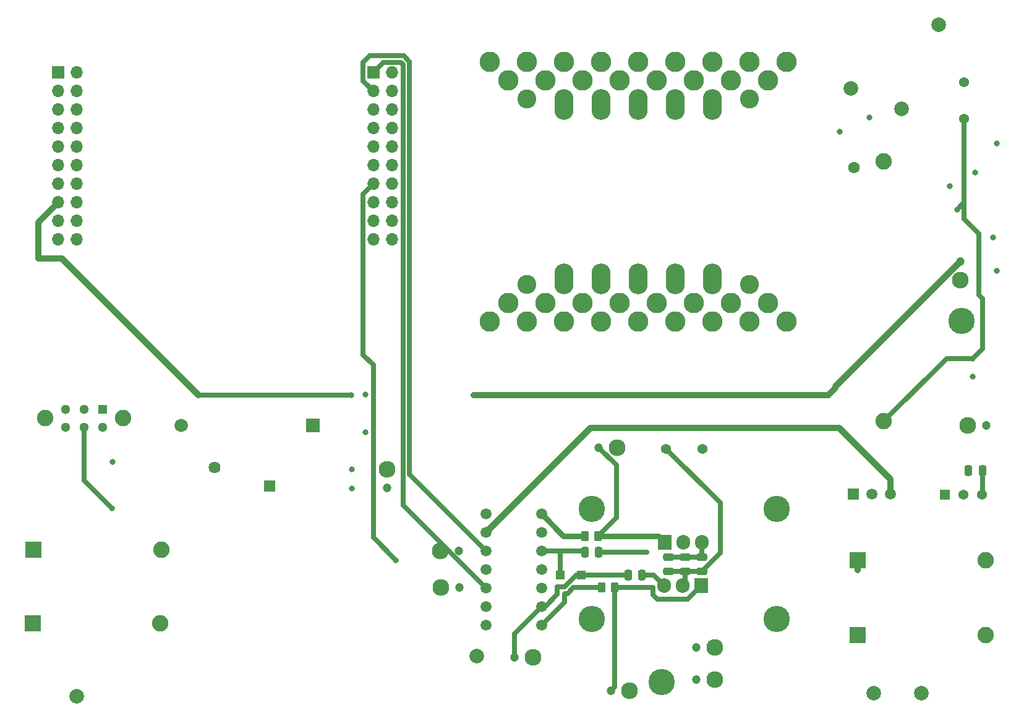
<source format=gbl>
%TF.GenerationSoftware,KiCad,Pcbnew,8.0.5*%
%TF.CreationDate,2024-10-11T09:15:33-05:00*%
%TF.ProjectId,Lab2_starter,4c616232-5f73-4746-9172-7465722e6b69,1*%
%TF.SameCoordinates,Original*%
%TF.FileFunction,Copper,L4,Bot*%
%TF.FilePolarity,Positive*%
%FSLAX46Y46*%
G04 Gerber Fmt 4.6, Leading zero omitted, Abs format (unit mm)*
G04 Created by KiCad (PCBNEW 8.0.5) date 2024-10-11 09:15:33*
%MOMM*%
%LPD*%
G01*
G04 APERTURE LIST*
G04 Aperture macros list*
%AMRoundRect*
0 Rectangle with rounded corners*
0 $1 Rounding radius*
0 $2 $3 $4 $5 $6 $7 $8 $9 X,Y pos of 4 corners*
0 Add a 4 corners polygon primitive as box body*
4,1,4,$2,$3,$4,$5,$6,$7,$8,$9,$2,$3,0*
0 Add four circle primitives for the rounded corners*
1,1,$1+$1,$2,$3*
1,1,$1+$1,$4,$5*
1,1,$1+$1,$6,$7*
1,1,$1+$1,$8,$9*
0 Add four rect primitives between the rounded corners*
20,1,$1+$1,$2,$3,$4,$5,0*
20,1,$1+$1,$4,$5,$6,$7,0*
20,1,$1+$1,$6,$7,$8,$9,0*
20,1,$1+$1,$8,$9,$2,$3,0*%
G04 Aperture macros list end*
%TA.AperFunction,ComponentPad*%
%ADD10C,2.000000*%
%TD*%
%TA.AperFunction,ComponentPad*%
%ADD11C,2.300000*%
%TD*%
%TA.AperFunction,ComponentPad*%
%ADD12C,1.200000*%
%TD*%
%TA.AperFunction,ComponentPad*%
%ADD13C,3.600000*%
%TD*%
%TA.AperFunction,ComponentPad*%
%ADD14C,2.800000*%
%TD*%
%TA.AperFunction,ComponentPad*%
%ADD15C,2.600000*%
%TD*%
%TA.AperFunction,ComponentPad*%
%ADD16O,2.600000X4.200000*%
%TD*%
%TA.AperFunction,ComponentPad*%
%ADD17R,1.625600X1.625600*%
%TD*%
%TA.AperFunction,ComponentPad*%
%ADD18C,1.625600*%
%TD*%
%TA.AperFunction,ComponentPad*%
%ADD19C,2.250000*%
%TD*%
%TA.AperFunction,ComponentPad*%
%ADD20R,1.828800X1.828800*%
%TD*%
%TA.AperFunction,ComponentPad*%
%ADD21C,1.828800*%
%TD*%
%TA.AperFunction,ComponentPad*%
%ADD22R,1.905000X2.000000*%
%TD*%
%TA.AperFunction,ComponentPad*%
%ADD23O,1.905000X2.000000*%
%TD*%
%TA.AperFunction,ComponentPad*%
%ADD24R,2.250000X2.250000*%
%TD*%
%TA.AperFunction,ComponentPad*%
%ADD25R,1.508000X1.508000*%
%TD*%
%TA.AperFunction,ComponentPad*%
%ADD26C,1.508000*%
%TD*%
%TA.AperFunction,ComponentPad*%
%ADD27R,1.700000X1.700000*%
%TD*%
%TA.AperFunction,ComponentPad*%
%ADD28O,1.700000X1.700000*%
%TD*%
%TA.AperFunction,ComponentPad*%
%ADD29C,1.371600*%
%TD*%
%TA.AperFunction,ComponentPad*%
%ADD30R,1.371600X1.371600*%
%TD*%
%TA.AperFunction,ComponentPad*%
%ADD31R,1.300000X1.300000*%
%TD*%
%TA.AperFunction,ComponentPad*%
%ADD32C,1.300000*%
%TD*%
%TA.AperFunction,SMDPad,CuDef*%
%ADD33RoundRect,0.250000X0.475000X-0.250000X0.475000X0.250000X-0.475000X0.250000X-0.475000X-0.250000X0*%
%TD*%
%TA.AperFunction,ComponentPad*%
%ADD34C,1.507998*%
%TD*%
%TA.AperFunction,SMDPad,CuDef*%
%ADD35RoundRect,0.250000X-0.262500X-0.450000X0.262500X-0.450000X0.262500X0.450000X-0.262500X0.450000X0*%
%TD*%
%TA.AperFunction,SMDPad,CuDef*%
%ADD36R,1.200000X1.200000*%
%TD*%
%TA.AperFunction,SMDPad,CuDef*%
%ADD37RoundRect,0.250000X-0.250000X-0.475000X0.250000X-0.475000X0.250000X0.475000X-0.250000X0.475000X0*%
%TD*%
%TA.AperFunction,SMDPad,CuDef*%
%ADD38RoundRect,0.250000X0.250000X0.475000X-0.250000X0.475000X-0.250000X-0.475000X0.250000X-0.475000X0*%
%TD*%
%TA.AperFunction,ViaPad*%
%ADD39C,0.800000*%
%TD*%
%TA.AperFunction,ViaPad*%
%ADD40C,1.600000*%
%TD*%
%TA.AperFunction,Conductor*%
%ADD41C,0.850000*%
%TD*%
%TA.AperFunction,Conductor*%
%ADD42C,0.700000*%
%TD*%
%TA.AperFunction,Conductor*%
%ADD43C,0.750000*%
%TD*%
%TA.AperFunction,Conductor*%
%ADD44C,0.250000*%
%TD*%
G04 APERTURE END LIST*
D10*
%TO.P,TP7,1,1*%
%TO.N,GND*%
X29000000Y-134800000D03*
%TD*%
D11*
%TO.P,J15,1,Pin_1*%
%TO.N,GND*%
X71500000Y-103730000D03*
D12*
%TO.P,J15,2,Pin_2*%
%TO.N,Vout_sens*%
X71500000Y-106270000D03*
%TD*%
D13*
%TO.P,J5,1,Pin_1*%
%TO.N,Vsw*%
X109100000Y-132800000D03*
%TD*%
D14*
%TO.P,L1,1,1*%
%TO.N,unconnected-(L1-Pad1)_9*%
X85540000Y-47858000D03*
%TO.N,unconnected-(L1-Pad1)_7*%
X88080000Y-50398000D03*
%TO.N,unconnected-(L1-Pad1)_11*%
X90620000Y-47858000D03*
D15*
%TO.N,unconnected-(L1-Pad1)_3*%
X90620000Y-52938000D03*
D14*
%TO.N,unconnected-(L1-Pad1)_13*%
X93160000Y-50398000D03*
%TO.N,unconnected-(L1-Pad1)_18*%
X95700000Y-47858000D03*
D16*
%TO.N,unconnected-(L1-Pad1)_23*%
X95700000Y-53700000D03*
D14*
%TO.N,unconnected-(L1-Pad1)_2*%
X98240000Y-50398000D03*
%TO.N,unconnected-(L1-Pad1)_15*%
X100780000Y-47858000D03*
D16*
%TO.N,unconnected-(L1-Pad1)_8*%
X100780000Y-53700000D03*
D14*
%TO.N,unconnected-(L1-Pad1)_21*%
X103320000Y-50398000D03*
%TO.N,unconnected-(L1-Pad1)_22*%
X105860000Y-47858000D03*
D16*
%TO.N,unconnected-(L1-Pad1)*%
X105860000Y-53700000D03*
D14*
%TO.N,unconnected-(L1-Pad1)_16*%
X108400000Y-50398000D03*
%TO.N,unconnected-(L1-Pad1)_19*%
X110940000Y-47858000D03*
D16*
%TO.N,unconnected-(L1-Pad1)_17*%
X110940000Y-53700000D03*
D14*
%TO.N,unconnected-(L1-Pad1)_4*%
X113480000Y-50398000D03*
%TO.N,unconnected-(L1-Pad1)_1*%
X116020000Y-47858000D03*
D16*
%TO.N,unconnected-(L1-Pad1)_6*%
X116020000Y-53700000D03*
D14*
%TO.N,unconnected-(L1-Pad1)_14*%
X118560000Y-50398000D03*
%TO.N,unconnected-(L1-Pad1)_10*%
X121100000Y-47858000D03*
D15*
%TO.N,unconnected-(L1-Pad1)_5*%
X121100000Y-52938000D03*
D14*
%TO.N,unconnected-(L1-Pad1)_20*%
X123640000Y-50398000D03*
%TO.N,unconnected-(L1-Pad1)_12*%
X126180000Y-47858000D03*
%TO.P,L1,2,2*%
%TO.N,unconnected-(L1-Pad2)_17*%
X85540000Y-83418000D03*
%TO.N,unconnected-(L1-Pad2)_14*%
X88080000Y-80878000D03*
D15*
%TO.N,unconnected-(L1-Pad2)_8*%
X90620000Y-78338000D03*
D14*
%TO.N,unconnected-(L1-Pad2)_20*%
X90620000Y-83418000D03*
%TO.N,unconnected-(L1-Pad2)_19*%
X93160000Y-80878000D03*
D16*
%TO.N,unconnected-(L1-Pad2)_15*%
X95700000Y-77576000D03*
D14*
%TO.N,unconnected-(L1-Pad2)_6*%
X95700000Y-83418000D03*
%TO.N,unconnected-(L1-Pad2)_13*%
X98240000Y-80878000D03*
D16*
%TO.N,unconnected-(L1-Pad2)_23*%
X100780000Y-77576000D03*
D14*
%TO.N,unconnected-(L1-Pad2)*%
X100780000Y-83418000D03*
%TO.N,unconnected-(L1-Pad2)_5*%
X103320000Y-80878000D03*
D16*
%TO.N,unconnected-(L1-Pad2)_3*%
X105860000Y-77576000D03*
D14*
%TO.N,unconnected-(L1-Pad2)_9*%
X105860000Y-83418000D03*
%TO.N,unconnected-(L1-Pad2)_2*%
X108400000Y-80878000D03*
D16*
%TO.N,unconnected-(L1-Pad2)_21*%
X110940000Y-77576000D03*
D14*
%TO.N,unconnected-(L1-Pad2)_4*%
X110940000Y-83418000D03*
%TO.N,unconnected-(L1-Pad2)_18*%
X113480000Y-80878000D03*
D16*
%TO.N,unconnected-(L1-Pad2)_22*%
X116020000Y-77576000D03*
D14*
%TO.N,unconnected-(L1-Pad2)_16*%
X116020000Y-83418000D03*
%TO.N,unconnected-(L1-Pad2)_1*%
X118560000Y-80878000D03*
D15*
%TO.N,unconnected-(L1-Pad2)_10*%
X121100000Y-78338000D03*
D14*
%TO.N,unconnected-(L1-Pad2)_7*%
X121100000Y-83418000D03*
%TO.N,unconnected-(L1-Pad2)_12*%
X123640000Y-80878000D03*
%TO.N,unconnected-(L1-Pad2)_11*%
X126180000Y-83418000D03*
%TD*%
D11*
%TO.P,J8,1,Pin_1*%
%TO.N,GND*%
X104700000Y-134000000D03*
D12*
%TO.P,J8,2,Pin_2*%
%TO.N,D'*%
X102160000Y-134000000D03*
%TD*%
D17*
%TO.P,RV1,1*%
%TO.N,Vout*%
X55388000Y-105950000D03*
D18*
%TO.P,RV1,2*%
%TO.N,GND*%
X47888000Y-103450000D03*
%TD*%
D10*
%TO.P,TP5,1,1*%
%TO.N,+3.3V*%
X141900000Y-54300000D03*
%TD*%
D19*
%TO.P,F1,1*%
%TO.N,+24V*%
X139500000Y-61500000D03*
%TO.P,F1,2*%
%TO.N,Vin*%
X139500000Y-97100000D03*
%TD*%
D11*
%TO.P,J7,1,Pin_1*%
%TO.N,GND*%
X78830000Y-119900000D03*
D12*
%TO.P,J7,2,Pin_2*%
%TO.N,C2000 D *%
X81370000Y-119900000D03*
%TD*%
D11*
%TO.P,J13,1,Pin_1*%
%TO.N,GND*%
X116400000Y-128100000D03*
D12*
%TO.P,J13,2,Pin_2*%
%TO.N,Vout*%
X113860000Y-128100000D03*
%TD*%
D20*
%TO.P,D1,1,K*%
%TO.N,Vout*%
X61331200Y-97700000D03*
D21*
%TO.P,D1,2,A*%
%TO.N,GND*%
X43271800Y-97700000D03*
%TD*%
D22*
%TO.P,Q1,1,G*%
%TO.N,D*%
X109483250Y-113650000D03*
D23*
%TO.P,Q1,2,D*%
%TO.N,Vsw*%
X112023250Y-113650000D03*
%TO.P,Q1,3,S*%
%TO.N,GND*%
X114563250Y-113650000D03*
%TD*%
D24*
%TO.P,J3,1,Pin_1*%
%TO.N,Vout*%
X23050000Y-114700000D03*
D19*
X40550000Y-114700000D03*
%TD*%
D24*
%TO.P,J4,1,Pin_1*%
%TO.N,GND*%
X22950000Y-124800000D03*
D19*
X40450000Y-124800000D03*
%TD*%
D24*
%TO.P,J1,1,Pin_1*%
%TO.N,+24V*%
X135950000Y-116100000D03*
D19*
X153450000Y-116100000D03*
%TD*%
D11*
%TO.P,J11,1,Pin_1*%
%TO.N,GND*%
X78730000Y-114900000D03*
D12*
%TO.P,J11,2,Pin_2*%
%TO.N,C2000 D'*%
X81270000Y-114900000D03*
%TD*%
D22*
%TO.P,Q2,1,G*%
%TO.N,D'*%
X114483250Y-119650000D03*
D23*
%TO.P,Q2,2,D*%
%TO.N,Vout*%
X111943250Y-119650000D03*
%TO.P,Q2,3,S*%
%TO.N,Vsw*%
X109403250Y-119650000D03*
%TD*%
D10*
%TO.P,TP2,1,1*%
%TO.N,GND*%
X138100000Y-134300000D03*
%TD*%
D13*
%TO.P,J6,1,Pin_1*%
%TO.N,/L_in*%
X150100000Y-83400000D03*
%TD*%
D11*
%TO.P,J16,1,Pin_1*%
%TO.N,GND*%
X150000000Y-77770000D03*
D12*
%TO.P,J16,2,Pin_2*%
%TO.N,I_L*%
X150000000Y-75230000D03*
%TD*%
D11*
%TO.P,J14,1,Pin_1*%
%TO.N,GND*%
X151030000Y-97700000D03*
D12*
%TO.P,J14,2,Pin_2*%
%TO.N,Vin_sens*%
X153570000Y-97700000D03*
%TD*%
D11*
%TO.P,J10,1,Pin_1*%
%TO.N,GND*%
X116370000Y-132500000D03*
D12*
%TO.P,J10,2,Pin_2*%
%TO.N,Vsw*%
X113830000Y-132500000D03*
%TD*%
D25*
%TO.P,PS1,1,VIN*%
%TO.N,+24V*%
X135360000Y-107050000D03*
D26*
%TO.P,PS1,2,GND*%
%TO.N,GND*%
X137900000Y-107050000D03*
%TO.P,PS1,3,VOUT*%
%TO.N,+3.3V*%
X140440000Y-107050000D03*
%TD*%
D10*
%TO.P,TP13,1,1*%
%TO.N,GND*%
X147000000Y-42800000D03*
%TD*%
%TO.P,TP3,1,1*%
%TO.N,+12V*%
X83800000Y-129300000D03*
%TD*%
D11*
%TO.P,J12,1,Pin_1*%
%TO.N,GND*%
X91440000Y-129400000D03*
D12*
%TO.P,J12,2,Pin_2*%
%TO.N,Vboot*%
X88900000Y-129400000D03*
%TD*%
D11*
%TO.P,J9,1,Pin_1*%
%TO.N,GND*%
X103000000Y-100700000D03*
D12*
%TO.P,J9,2,Pin_2*%
%TO.N,D*%
X100460000Y-100700000D03*
%TD*%
D27*
%TO.P,U3,41*%
%TO.N,+3.3V*%
X26440000Y-49370000D03*
D28*
%TO.P,U3,42*%
%TO.N,unconnected-(U3-Pad42)*%
X26440000Y-51910000D03*
%TO.P,U3,43*%
%TO.N,unconnected-(U3-Pad43)*%
X26440000Y-54450000D03*
%TO.P,U3,44*%
%TO.N,unconnected-(U3-Pad44)*%
X26440000Y-56990000D03*
%TO.P,U3,45*%
%TO.N,unconnected-(U3-Pad45)*%
X26440000Y-59530000D03*
%TO.P,U3,46*%
%TO.N,unconnected-(U3-Pad46)*%
X26440000Y-62070000D03*
%TO.P,U3,47*%
%TO.N,unconnected-(U3-Pad47)*%
X26440000Y-64610000D03*
%TO.P,U3,48*%
%TO.N,Net-(C8-Pad1)*%
X26440000Y-67150000D03*
%TO.P,U3,49*%
%TO.N,unconnected-(U3-Pad49)*%
X26440000Y-69690000D03*
%TO.P,U3,50*%
%TO.N,unconnected-(U3-Pad50)*%
X26440000Y-72230000D03*
%TO.P,U3,51*%
%TO.N,unconnected-(U3-Pad51)*%
X72160000Y-72230000D03*
%TO.P,U3,52*%
%TO.N,unconnected-(U3-Pad52)*%
X72160000Y-69690000D03*
%TO.P,U3,53*%
%TO.N,unconnected-(U3-Pad53)*%
X72160000Y-67150000D03*
%TO.P,U3,54*%
%TO.N,unconnected-(U3-Pad54)*%
X72160000Y-64610000D03*
%TO.P,U3,55*%
%TO.N,unconnected-(U3-Pad55)*%
X72160000Y-62070000D03*
%TO.P,U3,56*%
%TO.N,unconnected-(U3-Pad56)*%
X72160000Y-59530000D03*
%TO.P,U3,57*%
%TO.N,unconnected-(U3-Pad57)*%
X72160000Y-56990000D03*
%TO.P,U3,58*%
%TO.N,unconnected-(U3-Pad58)*%
X72160000Y-54450000D03*
%TO.P,U3,59*%
%TO.N,unconnected-(U3-Pad59)*%
X72160000Y-51910000D03*
%TO.P,U3,60*%
%TO.N,GND*%
X72160000Y-49370000D03*
%TO.P,U3,61*%
%TO.N,unconnected-(U3-Pad61)*%
X28980000Y-49370000D03*
%TO.P,U3,62*%
%TO.N,GND*%
X28980000Y-51910000D03*
%TO.P,U3,63*%
%TO.N,unconnected-(U3-Pad63)*%
X28980000Y-54450000D03*
%TO.P,U3,64*%
%TO.N,unconnected-(U3-Pad64)*%
X28980000Y-56990000D03*
%TO.P,U3,65*%
%TO.N,unconnected-(U3-Pad65)*%
X28980000Y-59530000D03*
%TO.P,U3,66*%
%TO.N,unconnected-(U3-Pad66)*%
X28980000Y-62070000D03*
%TO.P,U3,67*%
%TO.N,unconnected-(U3-Pad67)*%
X28980000Y-64610000D03*
%TO.P,U3,68*%
%TO.N,unconnected-(U3-Pad68)*%
X28980000Y-67150000D03*
%TO.P,U3,69*%
%TO.N,Net-(C14-Pad1)*%
X28980000Y-69690000D03*
%TO.P,U3,70*%
%TO.N,Net-(C11-Pad1)*%
X28980000Y-72230000D03*
%TO.P,U3,71*%
%TO.N,unconnected-(U3-Pad71)*%
X69620000Y-72230000D03*
%TO.P,U3,72*%
%TO.N,unconnected-(U3-Pad72)*%
X69620000Y-69690000D03*
%TO.P,U3,73*%
%TO.N,unconnected-(U3-Pad73)*%
X69620000Y-67150000D03*
%TO.P,U3,74*%
%TO.N,Net-(JP1-A)*%
X69620000Y-64610000D03*
%TO.P,U3,75*%
%TO.N,unconnected-(U3-Pad75)*%
X69620000Y-62070000D03*
%TO.P,U3,76*%
%TO.N,unconnected-(U3-Pad76)*%
X69620000Y-59530000D03*
%TO.P,U3,77*%
%TO.N,unconnected-(U3-Pad77)*%
X69620000Y-56990000D03*
%TO.P,U3,78*%
%TO.N,unconnected-(U3-Pad78)*%
X69620000Y-54450000D03*
%TO.P,U3,79*%
%TO.N,C2000 D'*%
X69620000Y-51910000D03*
D27*
%TO.P,U3,80*%
%TO.N,C2000 D *%
X69620000Y-49370000D03*
%TD*%
D29*
%TO.P,C16,1*%
%TO.N,Vout*%
X109700000Y-100900000D03*
%TO.P,C16,2*%
%TO.N,GND*%
X114700000Y-100900000D03*
%TD*%
D13*
%TO.P,HS1,*%
%TO.N,*%
X99483250Y-109150000D03*
X124819750Y-109146434D03*
%TD*%
%TO.P,HS2,*%
%TO.N,*%
X99483250Y-124150000D03*
X124819750Y-124146434D03*
%TD*%
D30*
%TO.P,PS2,1,VIN*%
%TO.N,+24V*%
X147860000Y-107149932D03*
D29*
%TO.P,PS2,2,GND*%
%TO.N,GND*%
X150400000Y-107149932D03*
%TO.P,PS2,3,VOUT*%
%TO.N,+12V*%
X152940000Y-107149932D03*
%TD*%
D10*
%TO.P,TP1,1,1*%
%TO.N,+24V*%
X135000000Y-51500000D03*
%TD*%
%TO.P,TP11,1,1*%
%TO.N,GND*%
X144600000Y-134300000D03*
%TD*%
D24*
%TO.P,J2,1,Pin_1*%
%TO.N,GND*%
X135950000Y-126400000D03*
D19*
X153450000Y-126400000D03*
%TD*%
%TO.P,SW1,*%
%TO.N,*%
X35350000Y-96700000D03*
X24650000Y-96700000D03*
D31*
%TO.P,SW1,1,A*%
%TO.N,+3.3V*%
X32500000Y-95500000D03*
D32*
%TO.P,SW1,2,B*%
%TO.N,SD*%
X30000000Y-95500000D03*
%TO.P,SW1,3,C*%
%TO.N,GND*%
X27500000Y-95500000D03*
%TO.P,SW1,4,A*%
%TO.N,Net-(D3-A)*%
X27500000Y-97900000D03*
%TO.P,SW1,5,B*%
%TO.N,+3.3V*%
X30000000Y-97900000D03*
%TO.P,SW1,6,C*%
%TO.N,Net-(D4-A)*%
X32500000Y-97900000D03*
%TD*%
D29*
%TO.P,C6,1*%
%TO.N,Vin*%
X150500000Y-55700000D03*
%TO.P,C6,2*%
%TO.N,GND*%
X150500000Y-50700000D03*
%TD*%
D33*
%TO.P,C9,1*%
%TO.N,Vout*%
X114600000Y-117650000D03*
%TO.P,C9,2*%
%TO.N,GND*%
X114600000Y-115750000D03*
%TD*%
D34*
%TO.P,U1,1,LO*%
%TO.N,Net-(U1-LO)*%
X92653250Y-109800000D03*
%TO.P,U1,2,COM*%
%TO.N,GND*%
X92653250Y-112340000D03*
%TO.P,U1,3,VCC*%
%TO.N,+12V*%
X92653250Y-114880000D03*
%TO.P,U1,4,NC*%
%TO.N,unconnected-(U1-NC-Pad4)*%
X92653250Y-117420000D03*
%TO.P,U1,5,VS*%
%TO.N,Vsw*%
X92653250Y-119960000D03*
%TO.P,U1,6,VB*%
%TO.N,Vboot*%
X92653250Y-122500000D03*
%TO.P,U1,7,HO*%
%TO.N,Net-(U1-HO)*%
X92653250Y-125040000D03*
%TO.P,U1,8,NC*%
%TO.N,unconnected-(U1-NC-Pad8)*%
X85033250Y-109800000D03*
%TO.P,U1,9,VDD*%
%TO.N,+3.3V*%
X85033250Y-112340000D03*
%TO.P,U1,10,HIN*%
%TO.N,C2000 D'*%
X85033250Y-114880000D03*
%TO.P,U1,11,SD*%
%TO.N,SD*%
X85033250Y-117420000D03*
%TO.P,U1,12,LIN*%
%TO.N,C2000 D *%
X85033250Y-119960000D03*
%TO.P,U1,13,VSS*%
%TO.N,GND*%
X85033250Y-122500000D03*
%TO.P,U1,14,NC*%
%TO.N,unconnected-(U1-NC-Pad14)*%
X85033250Y-125040000D03*
%TD*%
D35*
%TO.P,R4,1*%
%TO.N,Net-(U1-LO)*%
X98570750Y-112800000D03*
%TO.P,R4,2*%
%TO.N,D*%
X100395750Y-112800000D03*
%TD*%
D36*
%TO.P,D2,1,K*%
%TO.N,Vboot*%
X98033250Y-118200000D03*
%TO.P,D2,2,A*%
%TO.N,+12V*%
X95233250Y-118200000D03*
%TD*%
D37*
%TO.P,C4,1*%
%TO.N,+12V*%
X98583250Y-115000000D03*
%TO.P,C4,2*%
%TO.N,GND*%
X100483250Y-115000000D03*
%TD*%
%TO.P,C3,1*%
%TO.N,Vboot*%
X104483250Y-118200000D03*
%TO.P,C3,2*%
%TO.N,Vsw*%
X106383250Y-118200000D03*
%TD*%
D38*
%TO.P,C17,1*%
%TO.N,+12V*%
X153000000Y-103900000D03*
%TO.P,C17,2*%
%TO.N,GND*%
X151100000Y-103900000D03*
%TD*%
D33*
%TO.P,C12,1*%
%TO.N,Vout*%
X112300000Y-117650000D03*
%TO.P,C12,2*%
%TO.N,GND*%
X112300000Y-115750000D03*
%TD*%
D35*
%TO.P,R3,1*%
%TO.N,Net-(U1-HO)*%
X100833250Y-119900000D03*
%TO.P,R3,2*%
%TO.N,D'*%
X102658250Y-119900000D03*
%TD*%
D33*
%TO.P,C15,1*%
%TO.N,Vout*%
X110000000Y-117650000D03*
%TO.P,C15,2*%
%TO.N,GND*%
X110000000Y-115750000D03*
%TD*%
D39*
%TO.N,+3.3V*%
X33825000Y-109000000D03*
X148500000Y-64950000D03*
X155000000Y-59050000D03*
%TO.N,GND*%
X154475000Y-71905000D03*
X33912500Y-102700000D03*
X137500000Y-55500000D03*
X66687500Y-103700000D03*
X68550000Y-98600000D03*
X151100000Y-103900000D03*
X68500000Y-93430636D03*
X155000000Y-76500000D03*
X151687500Y-91000000D03*
X152000000Y-63050000D03*
%TO.N,+24V*%
X133500000Y-57500000D03*
D40*
X135400000Y-62400000D03*
D39*
%TO.N,Net-(C8-Pad1)*%
X66600000Y-93500000D03*
%TO.N,Vout*%
X66687500Y-106300000D03*
%TO.N,I_L*%
X83312500Y-93500000D03*
%TO.N,Net-(JP1-A)*%
X72700000Y-116100000D03*
%TO.N,Vin*%
X149525000Y-68095000D03*
X151687500Y-88500000D03*
%TD*%
D41*
%TO.N,+3.3V*%
X85033250Y-112340000D02*
X99373250Y-98000000D01*
X133400000Y-98000000D02*
X140440000Y-105040000D01*
D42*
X30000000Y-105175000D02*
X30000000Y-97900000D01*
D41*
X99373250Y-98000000D02*
X133400000Y-98000000D01*
D42*
X33825000Y-109000000D02*
X30000000Y-105175000D01*
D41*
X140440000Y-105040000D02*
X140440000Y-107050000D01*
D42*
%TO.N,GND*%
X100483250Y-115000000D02*
X107083250Y-115000000D01*
X114563250Y-113650000D02*
X114563250Y-115713250D01*
X110000000Y-115750000D02*
X112300000Y-115750000D01*
X114600000Y-115750000D02*
X112300000Y-115750000D01*
X114563250Y-115713250D02*
X114600000Y-115750000D01*
%TO.N,Net-(U1-HO)*%
X95800000Y-120800000D02*
X95900000Y-120700000D01*
X95900000Y-120700000D02*
X96200000Y-120700000D01*
X97000000Y-119900000D02*
X100833250Y-119900000D01*
X96200000Y-120700000D02*
X97000000Y-119900000D01*
X92653250Y-125040000D02*
X95800000Y-121893250D01*
X95800000Y-121893250D02*
X95800000Y-120800000D01*
D43*
%TO.N,Net-(U1-LO)*%
X92653250Y-109800000D02*
X95653250Y-112800000D01*
X95653250Y-112800000D02*
X98570750Y-112800000D01*
D41*
%TO.N,+24V*%
X135950000Y-116100000D02*
X135950000Y-117450000D01*
%TO.N,Net-(C8-Pad1)*%
X23700000Y-74800000D02*
X26924034Y-74800000D01*
D42*
X66600000Y-93500000D02*
X45624034Y-93500000D01*
D41*
X26440000Y-67150000D02*
X23700000Y-69890000D01*
X23700000Y-69890000D02*
X23700000Y-74800000D01*
X26924034Y-74800000D02*
X45624034Y-93500000D01*
D42*
%TO.N,+12V*%
X153000000Y-107089932D02*
X152940000Y-107149932D01*
X153000000Y-103900000D02*
X153000000Y-107089932D01*
X95233250Y-118200000D02*
X95233250Y-114880000D01*
D44*
X98463250Y-114880000D02*
X98583250Y-115000000D01*
D42*
X95233250Y-114880000D02*
X98463250Y-114880000D01*
X92653250Y-114880000D02*
X95233250Y-114880000D01*
%TO.N,Vout*%
X110000000Y-117650000D02*
X112300000Y-117650000D01*
X114600000Y-117650000D02*
X112300000Y-117650000D01*
X117100000Y-115150000D02*
X117100000Y-108300000D01*
X112300000Y-119293250D02*
X111943250Y-119650000D01*
X114600000Y-117650000D02*
X117100000Y-115150000D01*
X112300000Y-117650000D02*
X112300000Y-119293250D01*
X117100000Y-108300000D02*
X109700000Y-100900000D01*
D44*
%TO.N,Net-(D3-A)*%
X27550000Y-97900000D02*
X27450000Y-97900000D01*
D42*
%TO.N,Vsw*%
X107953250Y-118200000D02*
X109403250Y-119650000D01*
D44*
X109353250Y-119700000D02*
X109403250Y-119650000D01*
D42*
X106383250Y-118200000D02*
X107953250Y-118200000D01*
%TO.N,C2000 D *%
X85033250Y-119960000D02*
X73650000Y-108576750D01*
X73370000Y-47970000D02*
X71020000Y-47970000D01*
X73650000Y-108576750D02*
X73650000Y-48250000D01*
X71020000Y-47970000D02*
X69620000Y-49370000D01*
X73650000Y-48250000D02*
X73370000Y-47970000D01*
%TO.N,D'*%
X108500000Y-121500000D02*
X112633250Y-121500000D01*
X102658250Y-119900000D02*
X107900750Y-119900000D01*
X107900750Y-120900750D02*
X108500000Y-121500000D01*
X102658250Y-133501750D02*
X102160000Y-134000000D01*
X112633250Y-121500000D02*
X114483250Y-119650000D01*
X102658250Y-119900000D02*
X102658250Y-133501750D01*
X107900750Y-119900000D02*
X107900750Y-120900750D01*
D43*
%TO.N,D*%
X108633250Y-112800000D02*
X109483250Y-113650000D01*
D42*
X100395750Y-112800000D02*
X102900000Y-110295750D01*
D43*
X100395750Y-112800000D02*
X108633250Y-112800000D01*
D42*
X102900000Y-103140000D02*
X100460000Y-100700000D01*
X102900000Y-110295750D02*
X102900000Y-103140000D01*
%TO.N,C2000 D'*%
X74550000Y-104396750D02*
X74550000Y-47877208D01*
X85033250Y-114880000D02*
X74550000Y-104396750D01*
X73742792Y-47070000D02*
X69120000Y-47070000D01*
X68220000Y-47970000D02*
X68220000Y-50510000D01*
X68220000Y-50510000D02*
X69620000Y-51910000D01*
X74550000Y-47877208D02*
X73742792Y-47070000D01*
X69120000Y-47070000D02*
X68220000Y-47970000D01*
%TO.N,Vboot*%
X92653250Y-122500000D02*
X88900000Y-126253250D01*
X95827208Y-119800000D02*
X97427208Y-118200000D01*
X94800000Y-120827208D02*
X94800000Y-119800000D01*
X93127208Y-122500000D02*
X94800000Y-120827208D01*
X94800000Y-119800000D02*
X95827208Y-119800000D01*
X88900000Y-126253250D02*
X88900000Y-129400000D01*
X97427208Y-118200000D02*
X98033250Y-118200000D01*
X92653250Y-122500000D02*
X93127208Y-122500000D01*
X98033250Y-118200000D02*
X104483250Y-118200000D01*
D41*
%TO.N,I_L*%
X132900000Y-92330000D02*
X132900000Y-92500000D01*
X132900000Y-92500000D02*
X131900000Y-93500000D01*
X150000000Y-75230000D02*
X132900000Y-92330000D01*
X131900000Y-93500000D02*
X83312500Y-93500000D01*
D42*
%TO.N,Net-(JP1-A)*%
X68220000Y-66010000D02*
X69620000Y-64610000D01*
X69600000Y-89400000D02*
X68220000Y-88020000D01*
X69600000Y-113000000D02*
X69600000Y-89400000D01*
X72700000Y-116100000D02*
X69600000Y-113000000D01*
X68220000Y-88020000D02*
X68220000Y-66010000D01*
%TO.N,Vin*%
X150500000Y-55700000D02*
X150500000Y-67120000D01*
X148100000Y-88500000D02*
X139500000Y-97100000D01*
X150500000Y-69400000D02*
X152500000Y-71400000D01*
X152500000Y-79800000D02*
X153000000Y-80300000D01*
X152500000Y-71400000D02*
X152500000Y-79800000D01*
X151687500Y-88500000D02*
X148100000Y-88500000D01*
X150500000Y-67120000D02*
X149525000Y-68095000D01*
X150500000Y-67120000D02*
X150500000Y-69400000D01*
X153000000Y-87187500D02*
X151687500Y-88500000D01*
X153000000Y-80300000D02*
X153000000Y-87187500D01*
%TD*%
M02*

</source>
